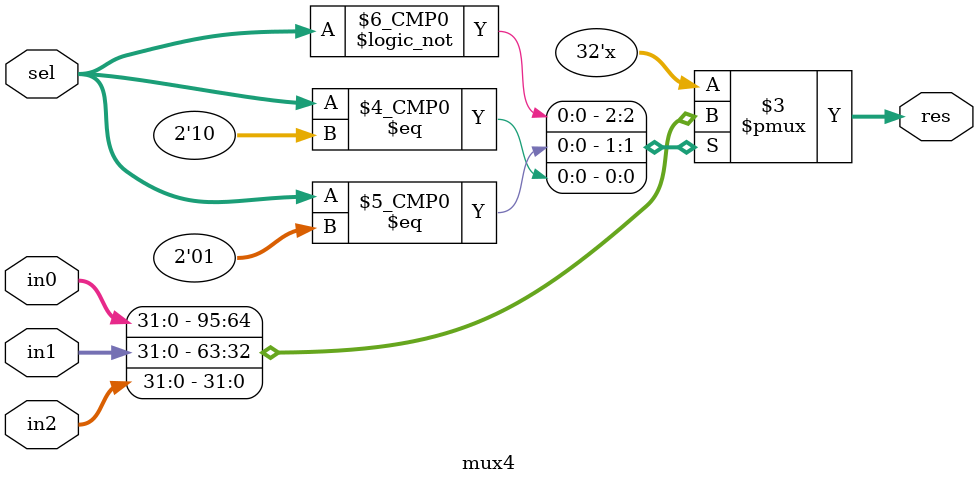
<source format=v>
module mux4 (
    input [31:0] in0,  // Entrada 0
    input [31:0] in1,  // Entrada 1
    input [31:0] in2,  // Entrada 2
    input [1:0] sel,   // Selector de 2 bits
    output reg [31:0] res // Salida
);

    // Lógica del multiplexor
    always @(*) begin
        case (sel)
            2'b00: res = in0;
            2'b01: res = in1;
            2'b10: res = in2;
        endcase
    end

endmodule

</source>
